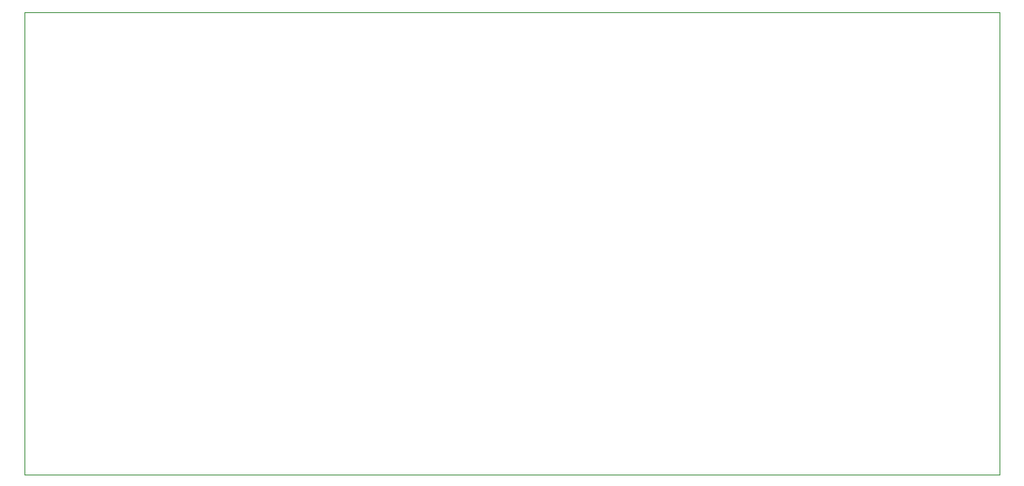
<source format=gm1>
G04 #@! TF.GenerationSoftware,KiCad,Pcbnew,(5.1.5-0)*
G04 #@! TF.CreationDate,2020-06-12T16:48:31+02:00*
G04 #@! TF.ProjectId,Divider1,44697669-6465-4723-912e-6b696361645f,rev?*
G04 #@! TF.SameCoordinates,Original*
G04 #@! TF.FileFunction,Profile,NP*
%FSLAX46Y46*%
G04 Gerber Fmt 4.6, Leading zero omitted, Abs format (unit mm)*
G04 Created by KiCad (PCBNEW (5.1.5-0)) date 2020-06-12 16:48:31*
%MOMM*%
%LPD*%
G04 APERTURE LIST*
%ADD10C,0.050000*%
G04 APERTURE END LIST*
D10*
X49000000Y-100000000D02*
X150200000Y-100000000D01*
X150200000Y-100000000D02*
X150200000Y-52000000D01*
X49000000Y-52000000D02*
X49000000Y-100000000D01*
X150200000Y-52000000D02*
X49000000Y-52000000D01*
M02*

</source>
